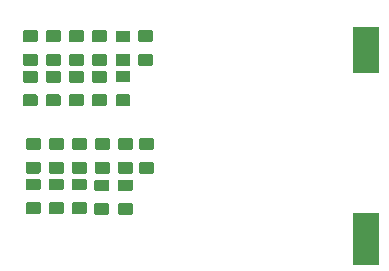
<source format=gbp>
G04 #@! TF.GenerationSoftware,KiCad,Pcbnew,8.0.9-8.0.9-0~ubuntu24.04.1*
G04 #@! TF.CreationDate,2026-02-24T23:03:09+00:00*
G04 #@! TF.ProjectId,PROLT,50524f4c-542e-46b6-9963-61645f706362,rev?*
G04 #@! TF.SameCoordinates,Original*
G04 #@! TF.FileFunction,Paste,Bot*
G04 #@! TF.FilePolarity,Positive*
%FSLAX46Y46*%
G04 Gerber Fmt 4.6, Leading zero omitted, Abs format (unit mm)*
G04 Created by KiCad (PCBNEW 8.0.9-8.0.9-0~ubuntu24.04.1) date 2026-02-24 23:03:09*
%MOMM*%
%LPD*%
G01*
G04 APERTURE LIST*
%ADD10R,2.299995X4.399991*%
%ADD11R,2.299995X3.999992*%
G04 APERTURE END LIST*
G04 #@! TO.C,C6*
G36*
G01*
X14625079Y51814993D02*
X13575079Y51814993D01*
G75*
G02*
X13475079Y51914993I0J100000D01*
G01*
X13475079Y52714993D01*
G75*
G02*
X13575079Y52814993I100000J0D01*
G01*
X14625079Y52814993D01*
G75*
G02*
X14725079Y52714993I0J-100000D01*
G01*
X14725079Y51914993D01*
G75*
G02*
X14625079Y51814993I-100000J0D01*
G01*
G37*
G36*
G01*
X14625079Y53814993D02*
X13575079Y53814993D01*
G75*
G02*
X13475079Y53914993I0J100000D01*
G01*
X13475079Y54714993D01*
G75*
G02*
X13575079Y54814993I100000J0D01*
G01*
X14625079Y54814993D01*
G75*
G02*
X14725079Y54714993I0J-100000D01*
G01*
X14725079Y53914993D01*
G75*
G02*
X14625079Y53814993I-100000J0D01*
G01*
G37*
G04 #@! TD*
G04 #@! TO.C,C11*
G36*
G01*
X10675015Y51800000D02*
X9625015Y51800000D01*
G75*
G02*
X9525015Y51900000I0J100000D01*
G01*
X9525015Y52700000D01*
G75*
G02*
X9625015Y52800000I100000J0D01*
G01*
X10675015Y52800000D01*
G75*
G02*
X10775015Y52700000I0J-100000D01*
G01*
X10775015Y51900000D01*
G75*
G02*
X10675015Y51800000I-100000J0D01*
G01*
G37*
G36*
G01*
X10675015Y53800000D02*
X9625015Y53800000D01*
G75*
G02*
X9525015Y53900000I0J100000D01*
G01*
X9525015Y54700000D01*
G75*
G02*
X9625015Y54800000I100000J0D01*
G01*
X10675015Y54800000D01*
G75*
G02*
X10775015Y54700000I0J-100000D01*
G01*
X10775015Y53900000D01*
G75*
G02*
X10675015Y53800000I-100000J0D01*
G01*
G37*
G04 #@! TD*
G04 #@! TO.C,C4*
G36*
G01*
X9625015Y58230002D02*
X10675015Y58230002D01*
G75*
G02*
X10775015Y58130002I0J-100000D01*
G01*
X10775015Y57330002D01*
G75*
G02*
X10675015Y57230002I-100000J0D01*
G01*
X9625015Y57230002D01*
G75*
G02*
X9525015Y57330002I0J100000D01*
G01*
X9525015Y58130002D01*
G75*
G02*
X9625015Y58230002I100000J0D01*
G01*
G37*
G36*
G01*
X9625015Y56230002D02*
X10675015Y56230002D01*
G75*
G02*
X10775015Y56130002I0J-100000D01*
G01*
X10775015Y55330002D01*
G75*
G02*
X10675015Y55230002I-100000J0D01*
G01*
X9625015Y55230002D01*
G75*
G02*
X9525015Y55330002I0J100000D01*
G01*
X9525015Y56130002D01*
G75*
G02*
X9625015Y56230002I100000J0D01*
G01*
G37*
G04 #@! TD*
G04 #@! TO.C,C18*
G36*
G01*
X9875000Y49100000D02*
X10925000Y49100000D01*
G75*
G02*
X11025000Y49000000I0J-100000D01*
G01*
X11025000Y48200000D01*
G75*
G02*
X10925000Y48100000I-100000J0D01*
G01*
X9875000Y48100000D01*
G75*
G02*
X9775000Y48200000I0J100000D01*
G01*
X9775000Y49000000D01*
G75*
G02*
X9875000Y49100000I100000J0D01*
G01*
G37*
G36*
G01*
X9875000Y47100000D02*
X10925000Y47100000D01*
G75*
G02*
X11025000Y47000000I0J-100000D01*
G01*
X11025000Y46200000D01*
G75*
G02*
X10925000Y46100000I-100000J0D01*
G01*
X9875000Y46100000D01*
G75*
G02*
X9775000Y46200000I0J100000D01*
G01*
X9775000Y47000000D01*
G75*
G02*
X9875000Y47100000I100000J0D01*
G01*
G37*
G04 #@! TD*
G04 #@! TO.C,C25*
G36*
G01*
X10925000Y42669998D02*
X9875000Y42669998D01*
G75*
G02*
X9775000Y42769998I0J100000D01*
G01*
X9775000Y43569998D01*
G75*
G02*
X9875000Y43669998I100000J0D01*
G01*
X10925000Y43669998D01*
G75*
G02*
X11025000Y43569998I0J-100000D01*
G01*
X11025000Y42769998D01*
G75*
G02*
X10925000Y42669998I-100000J0D01*
G01*
G37*
G36*
G01*
X10925000Y44669998D02*
X9875000Y44669998D01*
G75*
G02*
X9775000Y44769998I0J100000D01*
G01*
X9775000Y45569998D01*
G75*
G02*
X9875000Y45669998I100000J0D01*
G01*
X10925000Y45669998D01*
G75*
G02*
X11025000Y45569998I0J-100000D01*
G01*
X11025000Y44769998D01*
G75*
G02*
X10925000Y44669998I-100000J0D01*
G01*
G37*
G04 #@! TD*
G04 #@! TO.C,C24*
G36*
G01*
X8975015Y42669998D02*
X7925015Y42669998D01*
G75*
G02*
X7825015Y42769998I0J100000D01*
G01*
X7825015Y43569998D01*
G75*
G02*
X7925015Y43669998I100000J0D01*
G01*
X8975015Y43669998D01*
G75*
G02*
X9075015Y43569998I0J-100000D01*
G01*
X9075015Y42769998D01*
G75*
G02*
X8975015Y42669998I-100000J0D01*
G01*
G37*
G36*
G01*
X8975015Y44669998D02*
X7925015Y44669998D01*
G75*
G02*
X7825015Y44769998I0J100000D01*
G01*
X7825015Y45569998D01*
G75*
G02*
X7925015Y45669998I100000J0D01*
G01*
X8975015Y45669998D01*
G75*
G02*
X9075015Y45569998I0J-100000D01*
G01*
X9075015Y44769998D01*
G75*
G02*
X8975015Y44669998I-100000J0D01*
G01*
G37*
G04 #@! TD*
G04 #@! TO.C,C9*
G36*
G01*
X6775045Y51800000D02*
X5725045Y51800000D01*
G75*
G02*
X5625045Y51900000I0J100000D01*
G01*
X5625045Y52700000D01*
G75*
G02*
X5725045Y52800000I100000J0D01*
G01*
X6775045Y52800000D01*
G75*
G02*
X6875045Y52700000I0J-100000D01*
G01*
X6875045Y51900000D01*
G75*
G02*
X6775045Y51800000I-100000J0D01*
G01*
G37*
G36*
G01*
X6775045Y53800000D02*
X5725045Y53800000D01*
G75*
G02*
X5625045Y53900000I0J100000D01*
G01*
X5625045Y54700000D01*
G75*
G02*
X5725045Y54800000I100000J0D01*
G01*
X6775045Y54800000D01*
G75*
G02*
X6875045Y54700000I0J-100000D01*
G01*
X6875045Y53900000D01*
G75*
G02*
X6775045Y53800000I-100000J0D01*
G01*
G37*
G04 #@! TD*
G04 #@! TO.C,C12*
G36*
G01*
X12625000Y51800000D02*
X11575000Y51800000D01*
G75*
G02*
X11475000Y51900000I0J100000D01*
G01*
X11475000Y52700000D01*
G75*
G02*
X11575000Y52800000I100000J0D01*
G01*
X12625000Y52800000D01*
G75*
G02*
X12725000Y52700000I0J-100000D01*
G01*
X12725000Y51900000D01*
G75*
G02*
X12625000Y51800000I-100000J0D01*
G01*
G37*
G36*
G01*
X12625000Y53800000D02*
X11575000Y53800000D01*
G75*
G02*
X11475000Y53900000I0J100000D01*
G01*
X11475000Y54700000D01*
G75*
G02*
X11575000Y54800000I100000J0D01*
G01*
X12625000Y54800000D01*
G75*
G02*
X12725000Y54700000I0J-100000D01*
G01*
X12725000Y53900000D01*
G75*
G02*
X12625000Y53800000I-100000J0D01*
G01*
G37*
G04 #@! TD*
G04 #@! TO.C,C10*
G36*
G01*
X8725030Y51800000D02*
X7675030Y51800000D01*
G75*
G02*
X7575030Y51900000I0J100000D01*
G01*
X7575030Y52700000D01*
G75*
G02*
X7675030Y52800000I100000J0D01*
G01*
X8725030Y52800000D01*
G75*
G02*
X8825030Y52700000I0J-100000D01*
G01*
X8825030Y51900000D01*
G75*
G02*
X8725030Y51800000I-100000J0D01*
G01*
G37*
G36*
G01*
X8725030Y53800000D02*
X7675030Y53800000D01*
G75*
G02*
X7575030Y53900000I0J100000D01*
G01*
X7575030Y54700000D01*
G75*
G02*
X7675030Y54800000I100000J0D01*
G01*
X8725030Y54800000D01*
G75*
G02*
X8825030Y54700000I0J-100000D01*
G01*
X8825030Y53900000D01*
G75*
G02*
X8725030Y53800000I-100000J0D01*
G01*
G37*
G04 #@! TD*
G04 #@! TO.C,C8*
G36*
G01*
X15475079Y58230002D02*
X16525079Y58230002D01*
G75*
G02*
X16625079Y58130002I0J-100000D01*
G01*
X16625079Y57330002D01*
G75*
G02*
X16525079Y57230002I-100000J0D01*
G01*
X15475079Y57230002D01*
G75*
G02*
X15375079Y57330002I0J100000D01*
G01*
X15375079Y58130002D01*
G75*
G02*
X15475079Y58230002I100000J0D01*
G01*
G37*
G36*
G01*
X15475079Y56230002D02*
X16525079Y56230002D01*
G75*
G02*
X16625079Y56130002I0J-100000D01*
G01*
X16625079Y55330002D01*
G75*
G02*
X16525079Y55230002I-100000J0D01*
G01*
X15475079Y55230002D01*
G75*
G02*
X15375079Y55330002I0J100000D01*
G01*
X15375079Y56130002D01*
G75*
G02*
X15475079Y56230002I100000J0D01*
G01*
G37*
G04 #@! TD*
G04 #@! TO.C,C16*
G36*
G01*
X5975030Y49100000D02*
X7025030Y49100000D01*
G75*
G02*
X7125030Y49000000I0J-100000D01*
G01*
X7125030Y48200000D01*
G75*
G02*
X7025030Y48100000I-100000J0D01*
G01*
X5975030Y48100000D01*
G75*
G02*
X5875030Y48200000I0J100000D01*
G01*
X5875030Y49000000D01*
G75*
G02*
X5975030Y49100000I100000J0D01*
G01*
G37*
G36*
G01*
X5975030Y47100000D02*
X7025030Y47100000D01*
G75*
G02*
X7125030Y47000000I0J-100000D01*
G01*
X7125030Y46200000D01*
G75*
G02*
X7025030Y46100000I-100000J0D01*
G01*
X5975030Y46100000D01*
G75*
G02*
X5875030Y46200000I0J100000D01*
G01*
X5875030Y47000000D01*
G75*
G02*
X5975030Y47100000I100000J0D01*
G01*
G37*
G04 #@! TD*
G04 #@! TO.C,C23*
G36*
G01*
X7025030Y42669998D02*
X5975030Y42669998D01*
G75*
G02*
X5875030Y42769998I0J100000D01*
G01*
X5875030Y43569998D01*
G75*
G02*
X5975030Y43669998I100000J0D01*
G01*
X7025030Y43669998D01*
G75*
G02*
X7125030Y43569998I0J-100000D01*
G01*
X7125030Y42769998D01*
G75*
G02*
X7025030Y42669998I-100000J0D01*
G01*
G37*
G36*
G01*
X7025030Y44669998D02*
X5975030Y44669998D01*
G75*
G02*
X5875030Y44769998I0J100000D01*
G01*
X5875030Y45569998D01*
G75*
G02*
X5975030Y45669998I100000J0D01*
G01*
X7025030Y45669998D01*
G75*
G02*
X7125030Y45569998I0J-100000D01*
G01*
X7125030Y44769998D01*
G75*
G02*
X7025030Y44669998I-100000J0D01*
G01*
G37*
G04 #@! TD*
G04 #@! TO.C,C20*
G36*
G01*
X13774970Y49100000D02*
X14824970Y49100000D01*
G75*
G02*
X14924970Y49000000I0J-100000D01*
G01*
X14924970Y48200000D01*
G75*
G02*
X14824970Y48100000I-100000J0D01*
G01*
X13774970Y48100000D01*
G75*
G02*
X13674970Y48200000I0J100000D01*
G01*
X13674970Y49000000D01*
G75*
G02*
X13774970Y49100000I100000J0D01*
G01*
G37*
G36*
G01*
X13774970Y47100000D02*
X14824970Y47100000D01*
G75*
G02*
X14924970Y47000000I0J-100000D01*
G01*
X14924970Y46200000D01*
G75*
G02*
X14824970Y46100000I-100000J0D01*
G01*
X13774970Y46100000D01*
G75*
G02*
X13674970Y46200000I0J100000D01*
G01*
X13674970Y47000000D01*
G75*
G02*
X13774970Y47100000I100000J0D01*
G01*
G37*
G04 #@! TD*
D10*
G04 #@! TO.C,BT1*
X34700000Y40599906D03*
D11*
X34700000Y56599925D03*
G04 #@! TD*
G04 #@! TO.C,C15*
G36*
G01*
X14825000Y42600000D02*
X13775000Y42600000D01*
G75*
G02*
X13675000Y42700000I0J100000D01*
G01*
X13675000Y43500000D01*
G75*
G02*
X13775000Y43600000I100000J0D01*
G01*
X14825000Y43600000D01*
G75*
G02*
X14925000Y43500000I0J-100000D01*
G01*
X14925000Y42700000D01*
G75*
G02*
X14825000Y42600000I-100000J0D01*
G01*
G37*
G36*
G01*
X14825000Y44600000D02*
X13775000Y44600000D01*
G75*
G02*
X13675000Y44700000I0J100000D01*
G01*
X13675000Y45500000D01*
G75*
G02*
X13775000Y45600000I100000J0D01*
G01*
X14825000Y45600000D01*
G75*
G02*
X14925000Y45500000I0J-100000D01*
G01*
X14925000Y44700000D01*
G75*
G02*
X14825000Y44600000I-100000J0D01*
G01*
G37*
G04 #@! TD*
G04 #@! TO.C,C22*
G36*
G01*
X15575000Y49100000D02*
X16625000Y49100000D01*
G75*
G02*
X16725000Y49000000I0J-100000D01*
G01*
X16725000Y48200000D01*
G75*
G02*
X16625000Y48100000I-100000J0D01*
G01*
X15575000Y48100000D01*
G75*
G02*
X15475000Y48200000I0J100000D01*
G01*
X15475000Y49000000D01*
G75*
G02*
X15575000Y49100000I100000J0D01*
G01*
G37*
G36*
G01*
X15575000Y47100000D02*
X16625000Y47100000D01*
G75*
G02*
X16725000Y47000000I0J-100000D01*
G01*
X16725000Y46200000D01*
G75*
G02*
X16625000Y46100000I-100000J0D01*
G01*
X15575000Y46100000D01*
G75*
G02*
X15475000Y46200000I0J100000D01*
G01*
X15475000Y47000000D01*
G75*
G02*
X15575000Y47100000I100000J0D01*
G01*
G37*
G04 #@! TD*
G04 #@! TO.C,C19*
G36*
G01*
X11824985Y49100000D02*
X12874985Y49100000D01*
G75*
G02*
X12974985Y49000000I0J-100000D01*
G01*
X12974985Y48200000D01*
G75*
G02*
X12874985Y48100000I-100000J0D01*
G01*
X11824985Y48100000D01*
G75*
G02*
X11724985Y48200000I0J100000D01*
G01*
X11724985Y49000000D01*
G75*
G02*
X11824985Y49100000I100000J0D01*
G01*
G37*
G36*
G01*
X11824985Y47100000D02*
X12874985Y47100000D01*
G75*
G02*
X12974985Y47000000I0J-100000D01*
G01*
X12974985Y46200000D01*
G75*
G02*
X12874985Y46100000I-100000J0D01*
G01*
X11824985Y46100000D01*
G75*
G02*
X11724985Y46200000I0J100000D01*
G01*
X11724985Y47000000D01*
G75*
G02*
X11824985Y47100000I100000J0D01*
G01*
G37*
G04 #@! TD*
G04 #@! TO.C,C21*
G36*
G01*
X12825000Y42600000D02*
X11775000Y42600000D01*
G75*
G02*
X11675000Y42700000I0J100000D01*
G01*
X11675000Y43500000D01*
G75*
G02*
X11775000Y43600000I100000J0D01*
G01*
X12825000Y43600000D01*
G75*
G02*
X12925000Y43500000I0J-100000D01*
G01*
X12925000Y42700000D01*
G75*
G02*
X12825000Y42600000I-100000J0D01*
G01*
G37*
G36*
G01*
X12825000Y44600000D02*
X11775000Y44600000D01*
G75*
G02*
X11675000Y44700000I0J100000D01*
G01*
X11675000Y45500000D01*
G75*
G02*
X11775000Y45600000I100000J0D01*
G01*
X12825000Y45600000D01*
G75*
G02*
X12925000Y45500000I0J-100000D01*
G01*
X12925000Y44700000D01*
G75*
G02*
X12825000Y44600000I-100000J0D01*
G01*
G37*
G04 #@! TD*
G04 #@! TO.C,C2*
G36*
G01*
X5725045Y58230002D02*
X6775045Y58230002D01*
G75*
G02*
X6875045Y58130002I0J-100000D01*
G01*
X6875045Y57330002D01*
G75*
G02*
X6775045Y57230002I-100000J0D01*
G01*
X5725045Y57230002D01*
G75*
G02*
X5625045Y57330002I0J100000D01*
G01*
X5625045Y58130002D01*
G75*
G02*
X5725045Y58230002I100000J0D01*
G01*
G37*
G36*
G01*
X5725045Y56230002D02*
X6775045Y56230002D01*
G75*
G02*
X6875045Y56130002I0J-100000D01*
G01*
X6875045Y55330002D01*
G75*
G02*
X6775045Y55230002I-100000J0D01*
G01*
X5725045Y55230002D01*
G75*
G02*
X5625045Y55330002I0J100000D01*
G01*
X5625045Y56130002D01*
G75*
G02*
X5725045Y56230002I100000J0D01*
G01*
G37*
G04 #@! TD*
G04 #@! TO.C,C5*
G36*
G01*
X11575000Y58230002D02*
X12625000Y58230002D01*
G75*
G02*
X12725000Y58130002I0J-100000D01*
G01*
X12725000Y57330002D01*
G75*
G02*
X12625000Y57230002I-100000J0D01*
G01*
X11575000Y57230002D01*
G75*
G02*
X11475000Y57330002I0J100000D01*
G01*
X11475000Y58130002D01*
G75*
G02*
X11575000Y58230002I100000J0D01*
G01*
G37*
G36*
G01*
X11575000Y56230002D02*
X12625000Y56230002D01*
G75*
G02*
X12725000Y56130002I0J-100000D01*
G01*
X12725000Y55330002D01*
G75*
G02*
X12625000Y55230002I-100000J0D01*
G01*
X11575000Y55230002D01*
G75*
G02*
X11475000Y55330002I0J100000D01*
G01*
X11475000Y56130002D01*
G75*
G02*
X11575000Y56230002I100000J0D01*
G01*
G37*
G04 #@! TD*
G04 #@! TO.C,C3*
G36*
G01*
X7675030Y58230002D02*
X8725030Y58230002D01*
G75*
G02*
X8825030Y58130002I0J-100000D01*
G01*
X8825030Y57330002D01*
G75*
G02*
X8725030Y57230002I-100000J0D01*
G01*
X7675030Y57230002D01*
G75*
G02*
X7575030Y57330002I0J100000D01*
G01*
X7575030Y58130002D01*
G75*
G02*
X7675030Y58230002I100000J0D01*
G01*
G37*
G36*
G01*
X7675030Y56230002D02*
X8725030Y56230002D01*
G75*
G02*
X8825030Y56130002I0J-100000D01*
G01*
X8825030Y55330002D01*
G75*
G02*
X8725030Y55230002I-100000J0D01*
G01*
X7675030Y55230002D01*
G75*
G02*
X7575030Y55330002I0J100000D01*
G01*
X7575030Y56130002D01*
G75*
G02*
X7675030Y56230002I100000J0D01*
G01*
G37*
G04 #@! TD*
G04 #@! TO.C,C7*
G36*
G01*
X13575079Y58214993D02*
X14625079Y58214993D01*
G75*
G02*
X14725079Y58114993I0J-100000D01*
G01*
X14725079Y57314993D01*
G75*
G02*
X14625079Y57214993I-100000J0D01*
G01*
X13575079Y57214993D01*
G75*
G02*
X13475079Y57314993I0J100000D01*
G01*
X13475079Y58114993D01*
G75*
G02*
X13575079Y58214993I100000J0D01*
G01*
G37*
G36*
G01*
X13575079Y56214993D02*
X14625079Y56214993D01*
G75*
G02*
X14725079Y56114993I0J-100000D01*
G01*
X14725079Y55314993D01*
G75*
G02*
X14625079Y55214993I-100000J0D01*
G01*
X13575079Y55214993D01*
G75*
G02*
X13475079Y55314993I0J100000D01*
G01*
X13475079Y56114993D01*
G75*
G02*
X13575079Y56214993I100000J0D01*
G01*
G37*
G04 #@! TD*
G04 #@! TO.C,C17*
G36*
G01*
X7925015Y49100000D02*
X8975015Y49100000D01*
G75*
G02*
X9075015Y49000000I0J-100000D01*
G01*
X9075015Y48200000D01*
G75*
G02*
X8975015Y48100000I-100000J0D01*
G01*
X7925015Y48100000D01*
G75*
G02*
X7825015Y48200000I0J100000D01*
G01*
X7825015Y49000000D01*
G75*
G02*
X7925015Y49100000I100000J0D01*
G01*
G37*
G36*
G01*
X7925015Y47100000D02*
X8975015Y47100000D01*
G75*
G02*
X9075015Y47000000I0J-100000D01*
G01*
X9075015Y46200000D01*
G75*
G02*
X8975015Y46100000I-100000J0D01*
G01*
X7925015Y46100000D01*
G75*
G02*
X7825015Y46200000I0J100000D01*
G01*
X7825015Y47000000D01*
G75*
G02*
X7925015Y47100000I100000J0D01*
G01*
G37*
G04 #@! TD*
M02*

</source>
